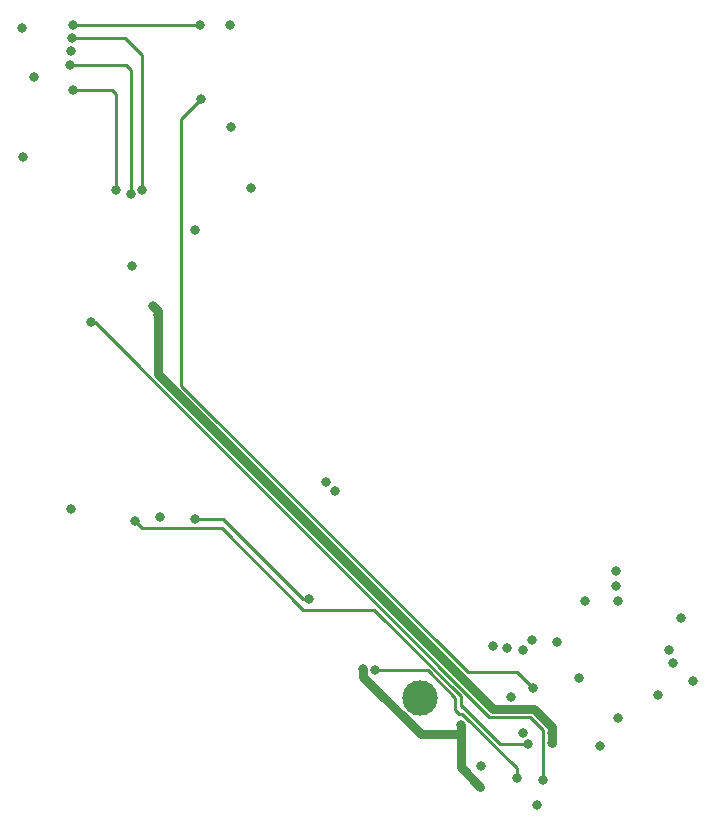
<source format=gbr>
G04 #@! TF.GenerationSoftware,KiCad,Pcbnew,5.1.6+dfsg1-1~bpo10+1*
G04 #@! TF.CreationDate,2021-06-19T16:41:49-04:00*
G04 #@! TF.ProjectId,RUSP_Daughterboard,52555350-5f44-4617-9567-68746572626f,rev?*
G04 #@! TF.SameCoordinates,Original*
G04 #@! TF.FileFunction,Copper,L2,Inr*
G04 #@! TF.FilePolarity,Positive*
%FSLAX46Y46*%
G04 Gerber Fmt 4.6, Leading zero omitted, Abs format (unit mm)*
G04 Created by KiCad (PCBNEW 5.1.6+dfsg1-1~bpo10+1) date 2021-06-19 16:41:49*
%MOMM*%
%LPD*%
G01*
G04 APERTURE LIST*
G04 #@! TA.AperFunction,ViaPad*
%ADD10C,3.000000*%
G04 #@! TD*
G04 #@! TA.AperFunction,ViaPad*
%ADD11C,0.800000*%
G04 #@! TD*
G04 #@! TA.AperFunction,Conductor*
%ADD12C,0.750000*%
G04 #@! TD*
G04 #@! TA.AperFunction,Conductor*
%ADD13C,0.250000*%
G04 #@! TD*
G04 APERTURE END LIST*
D10*
X154000000Y-128000000D03*
D11*
X120300000Y-71300000D03*
X135000000Y-88400000D03*
X124500000Y-112000000D03*
X124500000Y-73200000D03*
X157480000Y-130302000D03*
X120396006Y-82200000D03*
X146812000Y-110490000D03*
X146050000Y-109728000D03*
X149225010Y-125524888D03*
X159132660Y-135507340D03*
X165600000Y-123300000D03*
X170800000Y-129700000D03*
X174149991Y-127749991D03*
X162700000Y-131000000D03*
X175400000Y-125000000D03*
X161400000Y-123800000D03*
X160200000Y-123600000D03*
X161694805Y-127925000D03*
X139700000Y-84836000D03*
X177100000Y-126600000D03*
X121300000Y-75400000D03*
X137900000Y-71000000D03*
X138000000Y-79700000D03*
X159200000Y-133800000D03*
X169300000Y-132100000D03*
X170650000Y-118550000D03*
X124350000Y-74400000D03*
X129537660Y-85362340D03*
X170600000Y-117250000D03*
X124550000Y-72150000D03*
X130481712Y-85032505D03*
X135500000Y-77250000D03*
X163600000Y-127200000D03*
X170800000Y-119750000D03*
X128300000Y-85000000D03*
X124650000Y-76500000D03*
X168000000Y-119800000D03*
X176100000Y-121200000D03*
X163500000Y-123100000D03*
X164400000Y-134974990D03*
X126200000Y-96200000D03*
X129600000Y-91400000D03*
X163200000Y-131900000D03*
X129900000Y-113000000D03*
X163900000Y-137025010D03*
X132029325Y-112674990D03*
X162200000Y-134800000D03*
X135010743Y-112824979D03*
X144599994Y-119600000D03*
X150213474Y-125676423D03*
X124600000Y-71000000D03*
X135400000Y-71000000D03*
X165201292Y-131775010D03*
X131400000Y-94800000D03*
X165201292Y-131001292D03*
X131826000Y-95600000D03*
X167500000Y-126300000D03*
X162775000Y-123900000D03*
X175125010Y-123900000D03*
D12*
X157480000Y-130302000D02*
X157480000Y-131064000D01*
X149225010Y-126190573D02*
X149225010Y-125524888D01*
X157480000Y-131064000D02*
X154098437Y-131064000D01*
X154098437Y-131064000D02*
X149225010Y-126190573D01*
X157480000Y-131064000D02*
X157480000Y-133854680D01*
X157480000Y-133854680D02*
X159132660Y-135507340D01*
D13*
X129537660Y-74837660D02*
X129537660Y-85362340D01*
X129100000Y-74400000D02*
X129537660Y-74837660D01*
X124350000Y-74400000D02*
X129100000Y-74400000D01*
X124550000Y-72150000D02*
X129050000Y-72150000D01*
X129050000Y-72150000D02*
X130481712Y-73581712D01*
X130481712Y-73581712D02*
X130481712Y-85032505D01*
X133800000Y-78950000D02*
X133800000Y-101547248D01*
X162244988Y-125844988D02*
X163600000Y-127200000D01*
X158097740Y-125844988D02*
X162244988Y-125844988D01*
X135500000Y-77250000D02*
X133800000Y-78950000D01*
X133800000Y-101547248D02*
X158097740Y-125844988D01*
X128300000Y-85000000D02*
X128300000Y-76900000D01*
X128300000Y-76900000D02*
X127900000Y-76500000D01*
X127900000Y-76500000D02*
X124650000Y-76500000D01*
X126472822Y-96200000D02*
X126200000Y-96200000D01*
X159872833Y-129600011D02*
X126472822Y-96200000D01*
X163300011Y-129600011D02*
X159872833Y-129600011D01*
X164400000Y-130700000D02*
X163300011Y-129600011D01*
X164400000Y-134974990D02*
X164400000Y-130700000D01*
X157500000Y-128700000D02*
X157600000Y-128800000D01*
X160787413Y-131900000D02*
X163200000Y-131900000D01*
X157587413Y-128700000D02*
X160787413Y-131900000D01*
X157500000Y-128700000D02*
X157587413Y-128700000D01*
X130499999Y-113599999D02*
X129900000Y-113000000D01*
X144151999Y-120525001D02*
X137226997Y-113599999D01*
X137226997Y-113599999D02*
X130499999Y-113599999D01*
X150161412Y-120525001D02*
X144151999Y-120525001D01*
X157500000Y-128700000D02*
X157500000Y-127863589D01*
X157500000Y-127863589D02*
X150161412Y-120525001D01*
X144149997Y-119600000D02*
X144599994Y-119600000D01*
X135010743Y-112824979D02*
X137374976Y-112824979D01*
X137374976Y-112824979D02*
X144149997Y-119600000D01*
X162200000Y-134800000D02*
X162200000Y-133948998D01*
X162200000Y-133948998D02*
X157574001Y-129322999D01*
X154676423Y-125676423D02*
X150213474Y-125676423D01*
X157305842Y-129322999D02*
X157000000Y-129017157D01*
X157000000Y-128000000D02*
X154676423Y-125676423D01*
X157000000Y-129017157D02*
X157000000Y-128000000D01*
X157574001Y-129322999D02*
X157305842Y-129322999D01*
X124600000Y-71000000D02*
X135400000Y-71000000D01*
D12*
X165201292Y-131775010D02*
X165201292Y-131001292D01*
X160162787Y-128900000D02*
X131826000Y-100563213D01*
X131826000Y-95226000D02*
X131826000Y-95600000D01*
X131826000Y-100563213D02*
X131826000Y-95600000D01*
X165201292Y-131001292D02*
X165201292Y-130435607D01*
X165201292Y-130435607D02*
X163665685Y-128900000D01*
X163665685Y-128900000D02*
X160162787Y-128900000D01*
X131400000Y-94800000D02*
X131826000Y-95226000D01*
M02*

</source>
